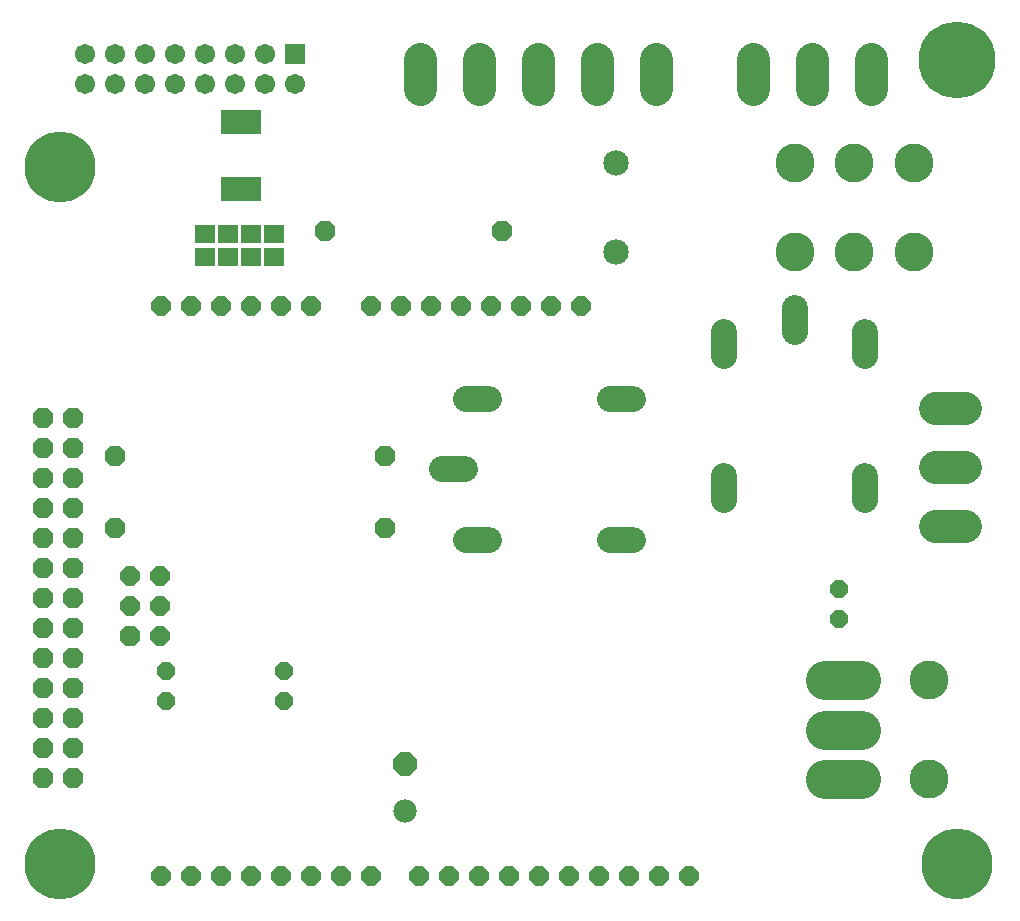
<source format=gbs>
G75*
G70*
%OFA0B0*%
%FSLAX24Y24*%
%IPPOS*%
%LPD*%
%AMOC8*
5,1,8,0,0,1.08239X$1,22.5*
%
%ADD10OC8,0.0674*%
%ADD11OC8,0.0634*%
%ADD12OC8,0.0680*%
%ADD13C,0.0860*%
%ADD14C,0.0780*%
%ADD15OC8,0.0780*%
%ADD16C,0.1299*%
%ADD17C,0.1299*%
%ADD18C,0.1100*%
%ADD19OC8,0.0600*%
%ADD20C,0.0848*%
%ADD21R,0.0674X0.0674*%
%ADD22C,0.0674*%
%ADD23R,0.0671X0.0592*%
%ADD24R,0.1340X0.0789*%
%ADD25C,0.2365*%
%ADD26C,0.2562*%
D10*
X006481Y007307D03*
X007481Y007307D03*
X007481Y008307D03*
X006481Y008307D03*
X006481Y009307D03*
X007481Y009307D03*
X007481Y010307D03*
X006481Y010307D03*
X006481Y011307D03*
X007481Y011307D03*
X007481Y012307D03*
X006481Y012307D03*
X006481Y013307D03*
X007481Y013307D03*
X007481Y014307D03*
X006481Y014307D03*
X006481Y015307D03*
X007481Y015307D03*
X007481Y016307D03*
X006481Y016307D03*
X006481Y017307D03*
X007481Y017307D03*
X007481Y018307D03*
X006481Y018307D03*
X006481Y019307D03*
X007481Y019307D03*
D11*
X010431Y023032D03*
X011431Y023032D03*
X012431Y023032D03*
X013431Y023032D03*
X014431Y023032D03*
X015431Y023032D03*
X017431Y023032D03*
X018431Y023032D03*
X019431Y023032D03*
X020431Y023032D03*
X021431Y023032D03*
X022431Y023032D03*
X023431Y023032D03*
X024431Y023032D03*
X010381Y014032D03*
X009381Y014032D03*
X009381Y013032D03*
X010381Y013032D03*
X010381Y012032D03*
X010431Y004032D03*
X011431Y004032D03*
X012431Y004032D03*
X013431Y004032D03*
X014431Y004032D03*
X015431Y004032D03*
X016431Y004032D03*
X017431Y004032D03*
X019031Y004032D03*
X020031Y004032D03*
X021031Y004032D03*
X022031Y004032D03*
X023031Y004032D03*
X024031Y004032D03*
X025031Y004032D03*
X026031Y004032D03*
X027031Y004032D03*
X028031Y004032D03*
D12*
X017906Y015632D03*
X017906Y018057D03*
X009381Y012032D03*
X008906Y015632D03*
X008906Y018057D03*
X015881Y025557D03*
X021781Y025557D03*
D13*
X021371Y019957D02*
X020591Y019957D01*
X020571Y017607D02*
X019791Y017607D01*
X020591Y015257D02*
X021371Y015257D01*
X025391Y015257D02*
X026171Y015257D01*
X029206Y016592D02*
X029206Y017372D01*
X026171Y019957D02*
X025391Y019957D01*
X029206Y021392D02*
X029206Y022172D01*
X031556Y022192D02*
X031556Y022972D01*
X033906Y022172D02*
X033906Y021392D01*
X033906Y017372D02*
X033906Y016592D01*
D14*
X018556Y006195D03*
D15*
X018556Y007770D03*
D16*
X032577Y007262D02*
X033759Y007262D01*
X033759Y008916D02*
X032577Y008916D01*
X032577Y010569D02*
X033759Y010569D01*
D17*
X036042Y010569D03*
X036042Y007262D03*
X035516Y024844D03*
X033532Y024844D03*
X031548Y024844D03*
X031548Y027820D03*
X033532Y027820D03*
X035516Y027820D03*
D18*
X034106Y030282D02*
X034106Y031282D01*
X032137Y031282D02*
X032137Y030282D01*
X030169Y030282D02*
X030169Y031282D01*
X026931Y031282D02*
X026931Y030282D01*
X024962Y030282D02*
X024962Y031282D01*
X022994Y031282D02*
X022994Y030282D01*
X021025Y030282D02*
X021025Y031282D01*
X019057Y031282D02*
X019057Y030282D01*
X036231Y019644D02*
X037231Y019644D01*
X037231Y017676D02*
X036231Y017676D01*
X036231Y015707D02*
X037231Y015707D01*
D19*
X033040Y013618D03*
X033040Y012618D03*
X014536Y010862D03*
X014536Y009862D03*
X010599Y009862D03*
X010599Y010862D03*
D20*
X025595Y024844D03*
X025595Y027820D03*
D21*
X014906Y031457D03*
D22*
X013906Y031457D03*
X013906Y030457D03*
X014906Y030457D03*
X012906Y030457D03*
X011906Y030457D03*
X010906Y030457D03*
X010906Y031457D03*
X011906Y031457D03*
X012906Y031457D03*
X009906Y031457D03*
X008906Y031457D03*
X008906Y030457D03*
X009906Y030457D03*
X007906Y030457D03*
X007906Y031457D03*
D23*
X011881Y025431D03*
X012656Y025431D03*
X013431Y025431D03*
X014206Y025431D03*
X014206Y024683D03*
X013431Y024683D03*
X012656Y024683D03*
X011881Y024683D03*
D24*
X013106Y026955D03*
X013106Y029160D03*
D25*
X007055Y004456D03*
X007055Y027685D03*
X036977Y004456D03*
D26*
X036977Y031228D03*
M02*

</source>
